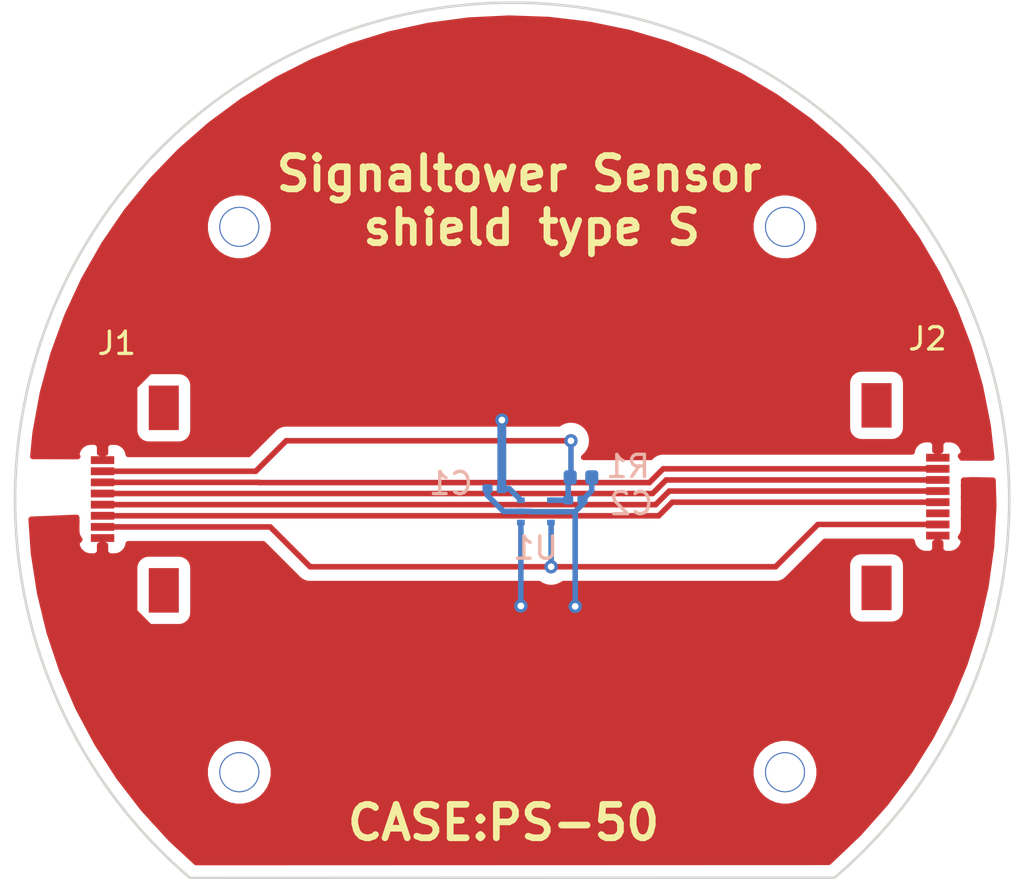
<source format=kicad_pcb>
(kicad_pcb (version 20171130) (host pcbnew "(5.1.5)-3")

  (general
    (thickness 1.6)
    (drawings 4)
    (tracks 79)
    (zones 0)
    (modules 6)
    (nets 10)
  )

  (page A4)
  (layers
    (0 F.Cu signal)
    (31 B.Cu signal)
    (32 B.Adhes user)
    (33 F.Adhes user)
    (34 B.Paste user)
    (35 F.Paste user)
    (36 B.SilkS user)
    (37 F.SilkS user)
    (38 B.Mask user)
    (39 F.Mask user)
    (40 Dwgs.User user)
    (41 Cmts.User user)
    (42 Eco1.User user)
    (43 Eco2.User user)
    (44 Edge.Cuts user)
    (45 Margin user)
    (46 B.CrtYd user)
    (47 F.CrtYd user)
    (48 B.Fab user)
    (49 F.Fab user)
  )

  (setup
    (last_trace_width 0.2)
    (user_trace_width 0.2)
    (user_trace_width 0.25)
    (user_trace_width 0.4)
    (trace_clearance 0.12)
    (zone_clearance 0.508)
    (zone_45_only no)
    (trace_min 0.2)
    (via_size 0.8)
    (via_drill 0.4)
    (via_min_size 0.4)
    (via_min_drill 0.3)
    (user_via 0.6 0.3)
    (uvia_size 0.3)
    (uvia_drill 0.1)
    (uvias_allowed no)
    (uvia_min_size 0.2)
    (uvia_min_drill 0.1)
    (edge_width 0.05)
    (segment_width 0.2)
    (pcb_text_width 0.3)
    (pcb_text_size 1.5 1.5)
    (mod_edge_width 0.12)
    (mod_text_size 1 1)
    (mod_text_width 0.15)
    (pad_size 1.524 1.524)
    (pad_drill 0.762)
    (pad_to_mask_clearance 0.051)
    (solder_mask_min_width 0.25)
    (aux_axis_origin 0 0)
    (visible_elements 7FFFFFFF)
    (pcbplotparams
      (layerselection 0x010fc_ffffffff)
      (usegerberextensions false)
      (usegerberattributes false)
      (usegerberadvancedattributes false)
      (creategerberjobfile false)
      (excludeedgelayer true)
      (linewidth 0.100000)
      (plotframeref false)
      (viasonmask false)
      (mode 1)
      (useauxorigin false)
      (hpglpennumber 1)
      (hpglpenspeed 20)
      (hpglpendiameter 15.000000)
      (psnegative false)
      (psa4output false)
      (plotreference true)
      (plotvalue true)
      (plotinvisibletext false)
      (padsonsilk false)
      (subtractmaskfromsilk false)
      (outputformat 1)
      (mirror false)
      (drillshape 0)
      (scaleselection 1)
      (outputdirectory "20191108_garber/pos/"))
  )

  (net 0 "")
  (net 1 GND)
  (net 2 +3V3)
  (net 3 /IOUT)
  (net 4 /GC2)
  (net 5 /IOUT3)
  (net 6 /IOUT1)
  (net 7 /IOUT2)
  (net 8 /IOUT4)
  (net 9 "Net-(J2-Pad6)")

  (net_class Default "これはデフォルトのネット クラスです。"
    (clearance 0.12)
    (trace_width 0.2)
    (via_dia 0.8)
    (via_drill 0.4)
    (uvia_dia 0.3)
    (uvia_drill 0.1)
    (add_net +3V3)
    (add_net /GC2)
    (add_net /IOUT)
    (add_net /IOUT1)
    (add_net /IOUT2)
    (add_net /IOUT3)
    (add_net /IOUT4)
    (add_net GND)
    (add_net "Net-(J2-Pad6)")
  )

  (net_class PWR ""
    (clearance 0.3)
    (trace_width 0.4)
    (via_dia 0.8)
    (via_drill 0.4)
    (uvia_dia 0.3)
    (uvia_drill 0.1)
  )

  (module lazurite_footprint:FFC-FPC_5051100892 (layer F.Cu) (tedit 5DC4D395) (tstamp 5DC4256F)
    (at 135.685 83 90)
    (path /5DBC0D44)
    (attr smd)
    (fp_text reference J1 (at 7 0.115 180) (layer F.SilkS)
      (effects (font (size 1 1) (thickness 0.15)))
    )
    (fp_text value 5051100892_FFC-FPC_in (at 0 5.08 90) (layer F.Fab)
      (effects (font (size 1 1) (thickness 0.15)))
    )
    (pad 1 smd rect (at -1.75 -0.525 90) (size 0.35 1.05) (layers F.Cu F.Paste F.Mask)
      (net 1 GND))
    (pad 2 smd rect (at -1.25 -0.525 90) (size 0.35 1.05) (layers F.Cu F.Paste F.Mask)
      (net 4 /GC2))
    (pad 3 smd rect (at -0.75 -0.525 90) (size 0.35 1.05) (layers F.Cu F.Paste F.Mask)
      (net 8 /IOUT4))
    (pad 4 smd rect (at -0.25 -0.525 90) (size 0.35 1.05) (layers F.Cu F.Paste F.Mask)
      (net 5 /IOUT3))
    (pad 8 smd rect (at 1.75 -0.525 90) (size 0.35 1.05) (layers F.Cu F.Paste F.Mask)
      (net 2 +3V3))
    (pad 7 smd rect (at 1.25 -0.525 90) (size 0.35 1.05) (layers F.Cu F.Paste F.Mask)
      (net 3 /IOUT))
    (pad 6 smd rect (at 0.75 -0.525 90) (size 0.35 1.05) (layers F.Cu F.Paste F.Mask)
      (net 6 /IOUT1))
    (pad 5 smd rect (at 0.25 -0.525 90) (size 0.35 1.05) (layers F.Cu F.Paste F.Mask)
      (net 7 /IOUT2))
    (pad 9 smd rect (at 4.1 2.225 90) (size 2 1.35) (layers F.Cu F.Paste F.Mask))
    (pad 9 smd rect (at -4.1 2.225 90) (size 2 1.35) (layers F.Cu F.Paste F.Mask))
  )

  (module lazurite_footprint:FFC-FPC_5051100892 (layer F.Cu) (tedit 5DC4D395) (tstamp 5DC4257D)
    (at 172.135 82.89 270)
    (path /5DBC1B8F)
    (attr smd)
    (fp_text reference J2 (at -7.09 -0.065 180) (layer F.SilkS)
      (effects (font (size 1 1) (thickness 0.15)))
    )
    (fp_text value 5051100892_FFC-FPC_out (at 0 5.08 90) (layer F.Fab)
      (effects (font (size 1 1) (thickness 0.15)))
    )
    (pad 1 smd rect (at -1.75 -0.525 270) (size 0.35 1.05) (layers F.Cu F.Paste F.Mask)
      (net 2 +3V3))
    (pad 2 smd rect (at -1.25 -0.525 270) (size 0.35 1.05) (layers F.Cu F.Paste F.Mask)
      (net 6 /IOUT1))
    (pad 3 smd rect (at -0.75 -0.525 270) (size 0.35 1.05) (layers F.Cu F.Paste F.Mask)
      (net 7 /IOUT2))
    (pad 4 smd rect (at -0.25 -0.525 270) (size 0.35 1.05) (layers F.Cu F.Paste F.Mask)
      (net 5 /IOUT3))
    (pad 8 smd rect (at 1.75 -0.525 270) (size 0.35 1.05) (layers F.Cu F.Paste F.Mask)
      (net 1 GND))
    (pad 7 smd rect (at 1.25 -0.525 270) (size 0.35 1.05) (layers F.Cu F.Paste F.Mask)
      (net 4 /GC2))
    (pad 6 smd rect (at 0.75 -0.525 270) (size 0.35 1.05) (layers F.Cu F.Paste F.Mask)
      (net 9 "Net-(J2-Pad6)"))
    (pad 5 smd rect (at 0.25 -0.525 270) (size 0.35 1.05) (layers F.Cu F.Paste F.Mask)
      (net 8 /IOUT4))
    (pad 9 smd rect (at 4.1 2.225 270) (size 2 1.35) (layers F.Cu F.Paste F.Mask))
    (pad 9 smd rect (at -4.1 2.225 270) (size 2 1.35) (layers F.Cu F.Paste F.Mask))
  )

  (module lazurite_footprint:wsof5 (layer B.Cu) (tedit 5DC4D3A2) (tstamp 5DC42814)
    (at 155.116 83.55 270)
    (path /5DBC78E3)
    (attr smd)
    (fp_text reference U1 (at 1.65 0.516 180) (layer B.SilkS)
      (effects (font (size 1 1) (thickness 0.15)) (justify mirror))
    )
    (fp_text value BH1620FVC (at -6.842 8.558) (layer B.Fab)
      (effects (font (size 1 1) (thickness 0.15)) (justify mirror))
    )
    (pad 4 smd rect (at 0.5 -0.175 270) (size 0.25 0.35) (layers B.Cu B.Paste B.Mask)
      (net 4 /GC2))
    (pad 5 smd rect (at -0.5 -0.175 270) (size 0.25 0.35) (layers B.Cu B.Paste B.Mask)
      (net 3 /IOUT))
    (pad 3 smd rect (at 0.5 1.175 270) (size 0.25 0.35) (layers B.Cu B.Paste B.Mask)
      (net 1 GND))
    (pad 2 smd rect (at 0 1.175 270) (size 0.25 0.35) (layers B.Cu B.Paste B.Mask)
      (net 1 GND))
    (pad 1 smd rect (at -0.5 1.175 270) (size 0.25 0.35) (layers B.Cu B.Paste B.Mask)
      (net 2 +3V3))
  )

  (module Resistor_SMD:R_0402_1005Metric (layer B.Cu) (tedit 5B301BBD) (tstamp 5DC42B35)
    (at 156.64 82.026)
    (descr "Resistor SMD 0402 (1005 Metric), square (rectangular) end terminal, IPC_7351 nominal, (Body size source: http://www.tortai-tech.com/upload/download/2011102023233369053.pdf), generated with kicad-footprint-generator")
    (tags resistor)
    (path /5DBD2224)
    (attr smd)
    (fp_text reference R1 (at 2.11 -0.492) (layer B.SilkS)
      (effects (font (size 1 1) (thickness 0.15)) (justify mirror))
    )
    (fp_text value 6.8k (at 1.602 -6.35) (layer B.Fab)
      (effects (font (size 1 1) (thickness 0.15)) (justify mirror))
    )
    (fp_text user %R (at -0.04 -0.026 180) (layer B.Fab)
      (effects (font (size 0.25 0.25) (thickness 0.04)) (justify mirror))
    )
    (fp_line (start 0.93 -0.47) (end -0.93 -0.47) (layer B.CrtYd) (width 0.05))
    (fp_line (start 0.93 0.47) (end 0.93 -0.47) (layer B.CrtYd) (width 0.05))
    (fp_line (start -0.93 0.47) (end 0.93 0.47) (layer B.CrtYd) (width 0.05))
    (fp_line (start -0.93 -0.47) (end -0.93 0.47) (layer B.CrtYd) (width 0.05))
    (fp_line (start 0.5 -0.25) (end -0.5 -0.25) (layer B.Fab) (width 0.1))
    (fp_line (start 0.5 0.25) (end 0.5 -0.25) (layer B.Fab) (width 0.1))
    (fp_line (start -0.5 0.25) (end 0.5 0.25) (layer B.Fab) (width 0.1))
    (fp_line (start -0.5 -0.25) (end -0.5 0.25) (layer B.Fab) (width 0.1))
    (pad 2 smd roundrect (at 0.485 0) (size 0.59 0.64) (layers B.Cu B.Paste B.Mask) (roundrect_rratio 0.25)
      (net 1 GND))
    (pad 1 smd roundrect (at -0.485 0) (size 0.59 0.64) (layers B.Cu B.Paste B.Mask) (roundrect_rratio 0.25)
      (net 3 /IOUT))
    (model ${KISYS3DMOD}/Resistor_SMD.3dshapes/R_0402_1005Metric.wrl
      (at (xyz 0 0 0))
      (scale (xyz 1 1 1))
      (rotate (xyz 0 0 0))
    )
  )

  (module Capacitor_SMD:C_0201_0603Metric (layer B.Cu) (tedit 5B301BBE) (tstamp 5DC42561)
    (at 156.386 83.042)
    (descr "Capacitor SMD 0201 (0603 Metric), square (rectangular) end terminal, IPC_7351 nominal, (Body size source: https://www.vishay.com/docs/20052/crcw0201e3.pdf), generated with kicad-footprint-generator")
    (tags capacitor)
    (path /5DBD1C35)
    (attr smd)
    (fp_text reference C2 (at 2.514 0.158) (layer B.SilkS)
      (effects (font (size 1 1) (thickness 0.15)) (justify mirror))
    )
    (fp_text value 1uF/10V (at 1.856 -5.826) (layer B.Fab)
      (effects (font (size 1 1) (thickness 0.15)) (justify mirror))
    )
    (fp_text user %R (at 0 0.68) (layer B.Fab)
      (effects (font (size 0.25 0.25) (thickness 0.04)) (justify mirror))
    )
    (fp_line (start 0.7 -0.35) (end -0.7 -0.35) (layer B.CrtYd) (width 0.05))
    (fp_line (start 0.7 0.35) (end 0.7 -0.35) (layer B.CrtYd) (width 0.05))
    (fp_line (start -0.7 0.35) (end 0.7 0.35) (layer B.CrtYd) (width 0.05))
    (fp_line (start -0.7 -0.35) (end -0.7 0.35) (layer B.CrtYd) (width 0.05))
    (fp_line (start 0.3 -0.15) (end -0.3 -0.15) (layer B.Fab) (width 0.1))
    (fp_line (start 0.3 0.15) (end 0.3 -0.15) (layer B.Fab) (width 0.1))
    (fp_line (start -0.3 0.15) (end 0.3 0.15) (layer B.Fab) (width 0.1))
    (fp_line (start -0.3 -0.15) (end -0.3 0.15) (layer B.Fab) (width 0.1))
    (pad 2 smd roundrect (at 0.32 0) (size 0.46 0.4) (layers B.Cu B.Mask) (roundrect_rratio 0.25)
      (net 1 GND))
    (pad 1 smd roundrect (at -0.32 0) (size 0.46 0.4) (layers B.Cu B.Mask) (roundrect_rratio 0.25)
      (net 3 /IOUT))
    (pad "" smd roundrect (at 0.345 0) (size 0.318 0.36) (layers B.Paste) (roundrect_rratio 0.25))
    (pad "" smd roundrect (at -0.345 0) (size 0.318 0.36) (layers B.Paste) (roundrect_rratio 0.25))
    (model ${KISYS3DMOD}/Capacitor_SMD.3dshapes/C_0201_0603Metric.wrl
      (at (xyz 0 0 0))
      (scale (xyz 1 1 1))
      (rotate (xyz 0 0 0))
    )
  )

  (module Capacitor_SMD:C_0201_0603Metric (layer B.Cu) (tedit 5B301BBE) (tstamp 5DC42550)
    (at 152.764 82.534 180)
    (descr "Capacitor SMD 0201 (0603 Metric), square (rectangular) end terminal, IPC_7351 nominal, (Body size source: https://www.vishay.com/docs/20052/crcw0201e3.pdf), generated with kicad-footprint-generator")
    (tags capacitor)
    (path /5DBCB9D1)
    (attr smd)
    (fp_text reference C1 (at 1.966 0.238) (layer B.SilkS)
      (effects (font (size 1 1) (thickness 0.15)) (justify mirror))
    )
    (fp_text value 0.1uF/10V (at -0.652 -6.366) (layer B.Fab)
      (effects (font (size 1 1) (thickness 0.15)) (justify mirror))
    )
    (fp_text user %R (at 3.744 -6.858) (layer B.Fab)
      (effects (font (size 0.25 0.25) (thickness 0.04)) (justify mirror))
    )
    (fp_line (start 0.7 -0.35) (end -0.7 -0.35) (layer B.CrtYd) (width 0.05))
    (fp_line (start 0.7 0.35) (end 0.7 -0.35) (layer B.CrtYd) (width 0.05))
    (fp_line (start -0.7 0.35) (end 0.7 0.35) (layer B.CrtYd) (width 0.05))
    (fp_line (start -0.7 -0.35) (end -0.7 0.35) (layer B.CrtYd) (width 0.05))
    (fp_line (start 0.3 -0.15) (end -0.3 -0.15) (layer B.Fab) (width 0.1))
    (fp_line (start 0.3 0.15) (end 0.3 -0.15) (layer B.Fab) (width 0.1))
    (fp_line (start -0.3 0.15) (end 0.3 0.15) (layer B.Fab) (width 0.1))
    (fp_line (start -0.3 -0.15) (end -0.3 0.15) (layer B.Fab) (width 0.1))
    (pad 2 smd roundrect (at 0.32 0 180) (size 0.46 0.4) (layers B.Cu B.Mask) (roundrect_rratio 0.25)
      (net 1 GND))
    (pad 1 smd roundrect (at -0.32 0 180) (size 0.46 0.4) (layers B.Cu B.Mask) (roundrect_rratio 0.25)
      (net 2 +3V3))
    (pad "" smd roundrect (at 0.345 0 180) (size 0.318 0.36) (layers B.Paste) (roundrect_rratio 0.25))
    (pad "" smd roundrect (at -0.345 0 180) (size 0.318 0.36) (layers B.Paste) (roundrect_rratio 0.25))
    (model ${KISYS3DMOD}/Capacitor_SMD.3dshapes/C_0201_0603Metric.wrl
      (at (xyz 0 0 0))
      (scale (xyz 1 1 1))
      (rotate (xyz 0 0 0))
    )
  )

  (gr_text CASE:PS-50 (at 153.162 97.536) (layer F.SilkS)
    (effects (font (size 1.5 1.5) (thickness 0.3)))
  )
  (gr_text "Signaltower Sensor \nshield type S" (at 154.432 69.596) (layer F.SilkS)
    (effects (font (size 1.5 1.5) (thickness 0.3)))
  )
  (gr_line (start 168.020735 100.010863) (end 139.09 100.02) (layer Edge.Cuts) (width 0.12))
  (gr_arc (start 153.55 83.02) (end 139.09 100.02) (angle 279.2) (layer Edge.Cuts) (width 0.12))

  (via (at 141.3 70.77) (size 1.8) (drill 1.7) (layers F.Cu B.Cu) (net 0))
  (via (at 165.8 70.77) (size 1.8) (drill 1.7) (layers F.Cu B.Cu) (net 0) (tstamp 5DC4032E))
  (via (at 141.3 95.27) (size 1.8) (drill 1.7) (layers F.Cu B.Cu) (net 0) (tstamp 5DC40330))
  (via (at 165.8 95.27) (size 1.8) (drill 1.7) (layers F.Cu B.Cu) (net 0) (tstamp 5DC40332))
  (segment (start 153.516 83.55) (end 153.941 83.55) (width 0.25) (layer B.Cu) (net 1))
  (segment (start 153.16 83.55) (end 153.516 83.55) (width 0.25) (layer B.Cu) (net 1))
  (segment (start 152.444 82.834) (end 153.16 83.55) (width 0.25) (layer B.Cu) (net 1))
  (segment (start 152.444 82.534) (end 152.444 82.834) (width 0.25) (layer B.Cu) (net 1))
  (segment (start 157.125 82.623) (end 156.706 83.042) (width 0.25) (layer B.Cu) (net 1))
  (segment (start 157.125 82.026) (end 157.125 82.623) (width 0.25) (layer B.Cu) (net 1))
  (segment (start 156.706 83.233058) (end 156.372048 83.56701) (width 0.25) (layer B.Cu) (net 1))
  (segment (start 156.706 83.042) (end 156.706 83.233058) (width 0.25) (layer B.Cu) (net 1))
  (segment (start 154.366 83.55) (end 153.941 83.55) (width 0.25) (layer B.Cu) (net 1))
  (segment (start 154.38301 83.56701) (end 154.366 83.55) (width 0.25) (layer B.Cu) (net 1))
  (segment (start 156.372048 83.56701) (end 154.38301 83.56701) (width 0.25) (layer B.Cu) (net 1))
  (via (at 156.38 87.82) (size 0.6) (drill 0.3) (layers F.Cu B.Cu) (net 1))
  (segment (start 156.38 83.574962) (end 156.372048 83.56701) (width 0.25) (layer B.Cu) (net 1))
  (segment (start 156.38 87.82) (end 156.38 83.574962) (width 0.25) (layer B.Cu) (net 1))
  (segment (start 172.66 84.64) (end 172.66 89.468) (width 0.25) (layer F.Cu) (net 1))
  (segment (start 149.184043 89.468) (end 149.124043 89.408) (width 0.25) (layer F.Cu) (net 1))
  (segment (start 172.66 89.468) (end 149.184043 89.468) (width 0.25) (layer F.Cu) (net 1))
  (segment (start 135.16 85.175) (end 135.16 84.75) (width 0.25) (layer F.Cu) (net 1))
  (segment (start 135.16 86.610002) (end 135.16 85.175) (width 0.25) (layer F.Cu) (net 1))
  (segment (start 137.957998 89.408) (end 135.16 86.610002) (width 0.25) (layer F.Cu) (net 1))
  (segment (start 149.124043 89.408) (end 137.957998 89.408) (width 0.25) (layer F.Cu) (net 1))
  (segment (start 153.93 84.061) (end 153.941 84.05) (width 0.25) (layer B.Cu) (net 1))
  (segment (start 153.941 84.05) (end 153.941 87.659) (width 0.25) (layer B.Cu) (net 1))
  (segment (start 153.941 87.659) (end 153.941 87.659) (width 0.25) (layer B.Cu) (net 1) (tstamp 5E214AC9))
  (via (at 153.941 87.8) (size 0.6) (drill 0.3) (layers F.Cu B.Cu) (net 1) (tstamp 5E214AD2))
  (segment (start 153.425 82.534) (end 153.941 83.05) (width 0.25) (layer B.Cu) (net 2))
  (segment (start 153.084 82.534) (end 153.425 82.534) (width 0.25) (layer B.Cu) (net 2))
  (via (at 153.09 79.45) (size 0.6) (drill 0.3) (layers F.Cu B.Cu) (net 2))
  (segment (start 153.084 79.456) (end 153.09 79.45) (width 0.25) (layer B.Cu) (net 2))
  (segment (start 153.084 82.534) (end 153.084 79.456) (width 0.4) (layer B.Cu) (net 2))
  (segment (start 172.66 81.14) (end 172.66 76.26) (width 0.25) (layer F.Cu) (net 2))
  (segment (start 172.66 76.26) (end 172.6 76.2) (width 0.25) (layer F.Cu) (net 2))
  (segment (start 135.16 80.825) (end 135.16 81.25) (width 0.25) (layer F.Cu) (net 2))
  (segment (start 135.16 79.389998) (end 135.16 80.825) (width 0.25) (layer F.Cu) (net 2))
  (segment (start 138.349998 76.2) (end 135.16 79.389998) (width 0.25) (layer F.Cu) (net 2))
  (segment (start 172.6 76.2) (end 138.349998 76.2) (width 0.25) (layer F.Cu) (net 2))
  (segment (start 156.058 83.05) (end 156.066 83.042) (width 0.25) (layer B.Cu) (net 3))
  (segment (start 155.291 83.05) (end 156.058 83.05) (width 0.25) (layer B.Cu) (net 3))
  (segment (start 156.066 82.115) (end 156.066 83.042) (width 0.25) (layer B.Cu) (net 3))
  (segment (start 156.155 82.026) (end 156.066 82.115) (width 0.25) (layer B.Cu) (net 3))
  (segment (start 142.03641 81.75) (end 142.076401 81.710009) (width 0.25) (layer F.Cu) (net 3))
  (segment (start 135.16 81.75) (end 142.03641 81.75) (width 0.25) (layer F.Cu) (net 3))
  (segment (start 142.076401 81.710009) (end 143.283205 80.503205) (width 0.25) (layer F.Cu) (net 3))
  (via (at 156.19 80.38) (size 0.6) (drill 0.3) (layers F.Cu B.Cu) (net 3))
  (segment (start 143.283205 80.503205) (end 143.40641 80.38) (width 0.25) (layer F.Cu) (net 3))
  (segment (start 143.40641 80.38) (end 156.19 80.38) (width 0.25) (layer F.Cu) (net 3))
  (segment (start 156.19 81.991) (end 156.155 82.026) (width 0.25) (layer B.Cu) (net 3))
  (segment (start 156.19 80.38) (end 156.19 81.991) (width 0.25) (layer B.Cu) (net 3))
  (via (at 155.3 86.04) (size 0.6) (drill 0.3) (layers F.Cu B.Cu) (net 4))
  (segment (start 165.37641 86.04) (end 155.3 86.04) (width 0.25) (layer F.Cu) (net 4))
  (segment (start 172.66 84.14) (end 167.27641 84.14) (width 0.25) (layer F.Cu) (net 4))
  (segment (start 167.27641 84.14) (end 165.37641 86.04) (width 0.25) (layer F.Cu) (net 4))
  (segment (start 155.3 84.059) (end 155.291 84.05) (width 0.25) (layer B.Cu) (net 4))
  (segment (start 155.3 86.04) (end 155.3 84.059) (width 0.25) (layer B.Cu) (net 4))
  (segment (start 135.935 84.25) (end 135.16 84.25) (width 0.25) (layer F.Cu) (net 4))
  (segment (start 142.69 84.25) (end 135.935 84.25) (width 0.25) (layer F.Cu) (net 4))
  (segment (start 155.3 86.04) (end 144.48 86.04) (width 0.25) (layer F.Cu) (net 4))
  (segment (start 144.48 86.04) (end 142.69 84.25) (width 0.25) (layer F.Cu) (net 4))
  (segment (start 135.935 83.25) (end 135.16 83.25) (width 0.25) (layer F.Cu) (net 5))
  (segment (start 159.99282 83.25) (end 135.935 83.25) (width 0.25) (layer F.Cu) (net 5))
  (segment (start 160.60282 82.64) (end 159.99282 83.25) (width 0.25) (layer F.Cu) (net 5))
  (segment (start 172.66 82.64) (end 160.60282 82.64) (width 0.25) (layer F.Cu) (net 5))
  (segment (start 160.33 81.64) (end 172.66 81.64) (width 0.25) (layer F.Cu) (net 6))
  (segment (start 159.71 82.26) (end 160.33 81.64) (width 0.25) (layer F.Cu) (net 6))
  (segment (start 142.18282 82.26) (end 159.71 82.26) (width 0.25) (layer F.Cu) (net 6))
  (segment (start 135.16 82.25) (end 142.17282 82.25) (width 0.25) (layer F.Cu) (net 6))
  (segment (start 142.17282 82.25) (end 142.18282 82.26) (width 0.25) (layer F.Cu) (net 6))
  (segment (start 135.935 82.75) (end 135.16 82.75) (width 0.25) (layer F.Cu) (net 7))
  (segment (start 159.85641 82.75) (end 135.935 82.75) (width 0.25) (layer F.Cu) (net 7))
  (segment (start 160.46641 82.14) (end 159.85641 82.75) (width 0.25) (layer F.Cu) (net 7))
  (segment (start 172.66 82.14) (end 160.46641 82.14) (width 0.25) (layer F.Cu) (net 7))
  (segment (start 172.635001 83.115001) (end 172.66 83.14) (width 0.2) (layer F.Cu) (net 8))
  (segment (start 160.739625 83.14) (end 172.66 83.14) (width 0.25) (layer F.Cu) (net 8))
  (segment (start 135.01 83.75) (end 160.129625 83.75) (width 0.25) (layer F.Cu) (net 8))
  (segment (start 160.129625 83.75) (end 160.739625 83.14) (width 0.25) (layer F.Cu) (net 8))

  (zone (net 2) (net_name +3V3) (layer F.Cu) (tstamp 5E217BDC) (hatch edge 0.508)
    (connect_pads (clearance 0.508))
    (min_thickness 0.254)
    (fill yes (arc_segments 32) (thermal_gap 0.508) (thermal_bridge_width 0.508))
    (polygon
      (pts
        (xy 176.53 81.28) (xy 131.25 81.21) (xy 131.63 78.78) (xy 132.08 76.84) (xy 133.12 73.93)
        (xy 134.22 71.76) (xy 136.42 68.66) (xy 139.21 65.84) (xy 142.07 63.8) (xy 145.17 62.31)
        (xy 149.21 61.07) (xy 153.22 60.58) (xy 157.74 61.04) (xy 161.78 62.3) (xy 164.6 63.51)
        (xy 167.34 65.35) (xy 169.96 67.77) (xy 172.65 71.32) (xy 174.23 74.6) (xy 175.768 77.73)
        (xy 176.022 80.01)
      )
    )
    (filled_polygon
      (pts
        (xy 155.202856 61.46091) (xy 157.001082 61.67483) (xy 158.7751 62.03847) (xy 160.512456 62.549278) (xy 162.200997 63.203681)
        (xy 163.828839 63.997074) (xy 165.384586 64.9239) (xy 166.857325 65.97766) (xy 168.23671 67.150949) (xy 169.513095 68.435561)
        (xy 170.677503 69.822467) (xy 171.721782 71.301954) (xy 172.638589 72.863622) (xy 173.421507 74.496534) (xy 174.065037 76.189222)
        (xy 174.564676 77.929847) (xy 174.916907 79.706154) (xy 175.07935 81.150758) (xy 173.735942 81.148681) (xy 173.715537 81.110506)
        (xy 173.682725 81.070525) (xy 173.82 80.93325) (xy 173.808355 80.828751) (xy 173.769797 80.709758) (xy 173.708765 80.600574)
        (xy 173.627605 80.505395) (xy 173.529436 80.427878) (xy 173.41803 80.371003) (xy 173.29767 80.336954) (xy 173.172979 80.327041)
        (xy 172.94575 80.33) (xy 172.787 80.48875) (xy 172.787 80.826928) (xy 172.533 80.826928) (xy 172.533 80.48875)
        (xy 172.37425 80.33) (xy 172.147021 80.327041) (xy 172.02233 80.336954) (xy 171.90197 80.371003) (xy 171.790564 80.427878)
        (xy 171.692395 80.505395) (xy 171.611235 80.600574) (xy 171.550203 80.709758) (xy 171.511645 80.828751) (xy 171.505934 80.88)
        (xy 160.367322 80.88) (xy 160.329999 80.876324) (xy 160.292676 80.88) (xy 160.292667 80.88) (xy 160.181014 80.890997)
        (xy 160.037753 80.934454) (xy 159.905724 81.005026) (xy 159.905722 81.005027) (xy 159.905723 81.005027) (xy 159.818996 81.076201)
        (xy 159.818992 81.076205) (xy 159.789999 81.099999) (xy 159.767769 81.127087) (xy 156.761816 81.12244) (xy 156.786028 81.106262)
        (xy 156.916262 80.976028) (xy 157.018586 80.822889) (xy 157.089068 80.652729) (xy 157.125 80.472089) (xy 157.125 80.287911)
        (xy 157.089068 80.107271) (xy 157.018586 79.937111) (xy 156.916262 79.783972) (xy 156.786028 79.653738) (xy 156.632889 79.551414)
        (xy 156.462729 79.480932) (xy 156.282089 79.445) (xy 156.097911 79.445) (xy 155.917271 79.480932) (xy 155.747111 79.551414)
        (xy 155.644465 79.62) (xy 143.443732 79.62) (xy 143.406409 79.616324) (xy 143.369087 79.62) (xy 143.369077 79.62)
        (xy 143.257424 79.630997) (xy 143.114163 79.674454) (xy 142.982134 79.745026) (xy 142.866409 79.839999) (xy 142.842606 79.869003)
        (xy 142.772208 79.939401) (xy 142.772202 79.939406) (xy 141.721609 80.99) (xy 136.314066 80.99) (xy 136.308355 80.938751)
        (xy 136.269797 80.819758) (xy 136.208765 80.710574) (xy 136.127605 80.615395) (xy 136.029436 80.537878) (xy 135.91803 80.481003)
        (xy 135.79767 80.446954) (xy 135.672979 80.437041) (xy 135.44575 80.44) (xy 135.287 80.59875) (xy 135.287 80.936928)
        (xy 135.033 80.936928) (xy 135.033 80.59875) (xy 134.87425 80.44) (xy 134.647021 80.437041) (xy 134.52233 80.446954)
        (xy 134.40197 80.481003) (xy 134.290564 80.537878) (xy 134.192395 80.615395) (xy 134.111235 80.710574) (xy 134.050203 80.819758)
        (xy 134.011645 80.938751) (xy 134 81.04325) (xy 134.044069 81.087319) (xy 132.032865 81.08421) (xy 132.137238 80.01669)
        (xy 132.463645 78.235451) (xy 132.554685 77.9) (xy 136.596928 77.9) (xy 136.596928 79.9) (xy 136.609188 80.024482)
        (xy 136.645498 80.14418) (xy 136.704463 80.254494) (xy 136.783815 80.351185) (xy 136.880506 80.430537) (xy 136.99082 80.489502)
        (xy 137.110518 80.525812) (xy 137.235 80.538072) (xy 138.585 80.538072) (xy 138.709482 80.525812) (xy 138.82918 80.489502)
        (xy 138.939494 80.430537) (xy 139.036185 80.351185) (xy 139.115537 80.254494) (xy 139.174502 80.14418) (xy 139.210812 80.024482)
        (xy 139.223072 79.9) (xy 139.223072 77.9) (xy 139.212239 77.79) (xy 168.596928 77.79) (xy 168.596928 79.79)
        (xy 168.609188 79.914482) (xy 168.645498 80.03418) (xy 168.704463 80.144494) (xy 168.783815 80.241185) (xy 168.880506 80.320537)
        (xy 168.99082 80.379502) (xy 169.110518 80.415812) (xy 169.235 80.428072) (xy 170.585 80.428072) (xy 170.709482 80.415812)
        (xy 170.82918 80.379502) (xy 170.939494 80.320537) (xy 171.036185 80.241185) (xy 171.115537 80.144494) (xy 171.174502 80.03418)
        (xy 171.210812 79.914482) (xy 171.223072 79.79) (xy 171.223072 77.79) (xy 171.210812 77.665518) (xy 171.174502 77.54582)
        (xy 171.115537 77.435506) (xy 171.036185 77.338815) (xy 170.939494 77.259463) (xy 170.82918 77.200498) (xy 170.709482 77.164188)
        (xy 170.585 77.151928) (xy 169.235 77.151928) (xy 169.110518 77.164188) (xy 168.99082 77.200498) (xy 168.880506 77.259463)
        (xy 168.783815 77.338815) (xy 168.704463 77.435506) (xy 168.645498 77.54582) (xy 168.609188 77.665518) (xy 168.596928 77.79)
        (xy 139.212239 77.79) (xy 139.210812 77.775518) (xy 139.174502 77.65582) (xy 139.115537 77.545506) (xy 139.036185 77.448815)
        (xy 138.939494 77.369463) (xy 138.82918 77.310498) (xy 138.709482 77.274188) (xy 138.585 77.261928) (xy 137.235 77.261928)
        (xy 137.110518 77.274188) (xy 136.99082 77.310498) (xy 136.880506 77.369463) (xy 136.783815 77.448815) (xy 136.704463 77.545506)
        (xy 136.645498 77.65582) (xy 136.609188 77.775518) (xy 136.596928 77.9) (xy 132.554685 77.9) (xy 132.937959 76.48777)
        (xy 133.556853 74.785903) (xy 134.315979 73.141805) (xy 135.210021 71.566991) (xy 135.858863 70.618816) (xy 139.765 70.618816)
        (xy 139.765 70.921184) (xy 139.823989 71.217743) (xy 139.939701 71.497095) (xy 140.107688 71.748505) (xy 140.321495 71.962312)
        (xy 140.572905 72.130299) (xy 140.852257 72.246011) (xy 141.148816 72.305) (xy 141.451184 72.305) (xy 141.747743 72.246011)
        (xy 142.027095 72.130299) (xy 142.278505 71.962312) (xy 142.492312 71.748505) (xy 142.660299 71.497095) (xy 142.776011 71.217743)
        (xy 142.835 70.921184) (xy 142.835 70.618816) (xy 164.265 70.618816) (xy 164.265 70.921184) (xy 164.323989 71.217743)
        (xy 164.439701 71.497095) (xy 164.607688 71.748505) (xy 164.821495 71.962312) (xy 165.072905 72.130299) (xy 165.352257 72.246011)
        (xy 165.648816 72.305) (xy 165.951184 72.305) (xy 166.247743 72.246011) (xy 166.527095 72.130299) (xy 166.778505 71.962312)
        (xy 166.992312 71.748505) (xy 167.160299 71.497095) (xy 167.276011 71.217743) (xy 167.335 70.921184) (xy 167.335 70.618816)
        (xy 167.276011 70.322257) (xy 167.160299 70.042905) (xy 166.992312 69.791495) (xy 166.778505 69.577688) (xy 166.527095 69.409701)
        (xy 166.247743 69.293989) (xy 165.951184 69.235) (xy 165.648816 69.235) (xy 165.352257 69.293989) (xy 165.072905 69.409701)
        (xy 164.821495 69.577688) (xy 164.607688 69.791495) (xy 164.439701 70.042905) (xy 164.323989 70.322257) (xy 164.265 70.618816)
        (xy 142.835 70.618816) (xy 142.776011 70.322257) (xy 142.660299 70.042905) (xy 142.492312 69.791495) (xy 142.278505 69.577688)
        (xy 142.027095 69.409701) (xy 141.747743 69.293989) (xy 141.451184 69.235) (xy 141.148816 69.235) (xy 140.852257 69.293989)
        (xy 140.572905 69.409701) (xy 140.321495 69.577688) (xy 140.107688 69.791495) (xy 139.939701 70.042905) (xy 139.823989 70.322257)
        (xy 139.765 70.618816) (xy 135.858863 70.618816) (xy 136.23271 70.072501) (xy 137.376865 68.668835) (xy 138.634459 67.365834)
        (xy 139.996664 66.172646) (xy 141.453959 65.09761) (xy 142.996084 64.148298) (xy 144.612249 63.331351) (xy 146.291102 62.65251)
        (xy 148.020852 62.116536) (xy 149.789414 61.727179) (xy 151.584328 61.487178) (xy 153.393053 61.398214)
      )
    )
  )
  (zone (net 1) (net_name GND) (layer F.Cu) (tstamp 5E217BD9) (hatch edge 0.508)
    (connect_pads (clearance 0.508))
    (min_thickness 0.254)
    (fill yes (arc_segments 32) (thermal_gap 0.508) (thermal_bridge_width 0.508))
    (polygon
      (pts
        (xy 131.064 83.82) (xy 174.2 82.01) (xy 175.86 82.042) (xy 175.79 84.91) (xy 175.46 87.09)
        (xy 175.17 88.71) (xy 173.96 92.14) (xy 172.97 94.04) (xy 171.55 96.25) (xy 169.93 98.2)
        (xy 168.05 100.02) (xy 139.05 100.04) (xy 137.81 98.9) (xy 136.04 96.9) (xy 133.87 93.64)
        (xy 132.842 92.71) (xy 131.826 91.694) (xy 131.318 89.154) (xy 130.81 87.122) (xy 130.556 84.836)
      )
    )
    (filled_polygon
      (pts
        (xy 175.137584 82.155097) (xy 175.170331 83.3159) (xy 175.069746 85.124) (xy 174.818214 86.91735) (xy 174.417504 88.683349)
        (xy 173.87042 90.409641) (xy 173.180804 92.084094) (xy 172.353489 93.694973) (xy 171.394287 95.230965) (xy 170.309915 96.681315)
        (xy 169.107986 98.035835) (xy 167.788147 99.293401) (xy 167.762043 99.315945) (xy 139.362163 99.324914) (xy 138.211641 98.260112)
        (xy 136.990177 96.923184) (xy 135.884861 95.488727) (xy 135.646325 95.118816) (xy 139.765 95.118816) (xy 139.765 95.421184)
        (xy 139.823989 95.717743) (xy 139.939701 95.997095) (xy 140.107688 96.248505) (xy 140.321495 96.462312) (xy 140.572905 96.630299)
        (xy 140.852257 96.746011) (xy 141.148816 96.805) (xy 141.451184 96.805) (xy 141.747743 96.746011) (xy 142.027095 96.630299)
        (xy 142.278505 96.462312) (xy 142.492312 96.248505) (xy 142.660299 95.997095) (xy 142.776011 95.717743) (xy 142.835 95.421184)
        (xy 142.835 95.118816) (xy 164.265 95.118816) (xy 164.265 95.421184) (xy 164.323989 95.717743) (xy 164.439701 95.997095)
        (xy 164.607688 96.248505) (xy 164.821495 96.462312) (xy 165.072905 96.630299) (xy 165.352257 96.746011) (xy 165.648816 96.805)
        (xy 165.951184 96.805) (xy 166.247743 96.746011) (xy 166.527095 96.630299) (xy 166.778505 96.462312) (xy 166.992312 96.248505)
        (xy 167.160299 95.997095) (xy 167.276011 95.717743) (xy 167.335 95.421184) (xy 167.335 95.118816) (xy 167.276011 94.822257)
        (xy 167.160299 94.542905) (xy 166.992312 94.291495) (xy 166.778505 94.077688) (xy 166.527095 93.909701) (xy 166.247743 93.793989)
        (xy 165.951184 93.735) (xy 165.648816 93.735) (xy 165.352257 93.793989) (xy 165.072905 93.909701) (xy 164.821495 94.077688)
        (xy 164.607688 94.291495) (xy 164.439701 94.542905) (xy 164.323989 94.822257) (xy 164.265 95.118816) (xy 142.835 95.118816)
        (xy 142.776011 94.822257) (xy 142.660299 94.542905) (xy 142.492312 94.291495) (xy 142.278505 94.077688) (xy 142.027095 93.909701)
        (xy 141.747743 93.793989) (xy 141.451184 93.735) (xy 141.148816 93.735) (xy 140.852257 93.793989) (xy 140.572905 93.909701)
        (xy 140.321495 94.077688) (xy 140.107688 94.291495) (xy 139.939701 94.542905) (xy 139.823989 94.822257) (xy 139.765 95.118816)
        (xy 135.646325 95.118816) (xy 134.903463 93.966823) (xy 134.05285 92.368124) (xy 133.338999 90.703859) (xy 132.766915 88.985701)
        (xy 132.340605 87.225693) (xy 132.166019 86.1) (xy 136.596928 86.1) (xy 136.596928 88.1) (xy 136.609188 88.224482)
        (xy 136.645498 88.34418) (xy 136.704463 88.454494) (xy 136.783815 88.551185) (xy 136.880506 88.630537) (xy 136.99082 88.689502)
        (xy 137.110518 88.725812) (xy 137.235 88.738072) (xy 138.585 88.738072) (xy 138.709482 88.725812) (xy 138.82918 88.689502)
        (xy 138.939494 88.630537) (xy 139.036185 88.551185) (xy 139.115537 88.454494) (xy 139.174502 88.34418) (xy 139.210812 88.224482)
        (xy 139.223072 88.1) (xy 139.223072 86.1) (xy 139.210812 85.975518) (xy 139.174502 85.85582) (xy 139.115537 85.745506)
        (xy 139.036185 85.648815) (xy 138.939494 85.569463) (xy 138.82918 85.510498) (xy 138.709482 85.474188) (xy 138.585 85.461928)
        (xy 137.235 85.461928) (xy 137.110518 85.474188) (xy 136.99082 85.510498) (xy 136.880506 85.569463) (xy 136.783815 85.648815)
        (xy 136.704463 85.745506) (xy 136.645498 85.85582) (xy 136.609188 85.975518) (xy 136.596928 86.1) (xy 132.166019 86.1)
        (xy 132.063066 85.436182) (xy 131.955898 83.909687) (xy 133.996928 83.824045) (xy 133.996928 83.925) (xy 134.004315 84)
        (xy 133.996928 84.075) (xy 133.996928 84.425) (xy 134.004552 84.502406) (xy 134 84.54325) (xy 134.010475 84.553725)
        (xy 134.045498 84.66918) (xy 134.104463 84.779494) (xy 134.137275 84.819475) (xy 134 84.95675) (xy 134.011645 85.061249)
        (xy 134.050203 85.180242) (xy 134.111235 85.289426) (xy 134.192395 85.384605) (xy 134.290564 85.462122) (xy 134.40197 85.518997)
        (xy 134.52233 85.553046) (xy 134.647021 85.562959) (xy 134.87425 85.56) (xy 135.033 85.40125) (xy 135.033 85.063072)
        (xy 135.287 85.063072) (xy 135.287 85.40125) (xy 135.44575 85.56) (xy 135.672979 85.562959) (xy 135.79767 85.553046)
        (xy 135.91803 85.518997) (xy 136.029436 85.462122) (xy 136.127605 85.384605) (xy 136.208765 85.289426) (xy 136.269797 85.180242)
        (xy 136.308355 85.061249) (xy 136.314066 85.01) (xy 142.375199 85.01) (xy 143.916201 86.551003) (xy 143.939999 86.580001)
        (xy 144.055724 86.674974) (xy 144.187753 86.745546) (xy 144.331014 86.789003) (xy 144.442667 86.8) (xy 144.442676 86.8)
        (xy 144.479999 86.803676) (xy 144.517322 86.8) (xy 154.754465 86.8) (xy 154.857111 86.868586) (xy 155.027271 86.939068)
        (xy 155.207911 86.975) (xy 155.392089 86.975) (xy 155.572729 86.939068) (xy 155.742889 86.868586) (xy 155.845535 86.8)
        (xy 165.339088 86.8) (xy 165.37641 86.803676) (xy 165.413732 86.8) (xy 165.413743 86.8) (xy 165.525396 86.789003)
        (xy 165.668657 86.745546) (xy 165.800686 86.674974) (xy 165.916411 86.580001) (xy 165.940214 86.550997) (xy 166.501211 85.99)
        (xy 168.596928 85.99) (xy 168.596928 87.99) (xy 168.609188 88.114482) (xy 168.645498 88.23418) (xy 168.704463 88.344494)
        (xy 168.783815 88.441185) (xy 168.880506 88.520537) (xy 168.99082 88.579502) (xy 169.110518 88.615812) (xy 169.235 88.628072)
        (xy 170.585 88.628072) (xy 170.709482 88.615812) (xy 170.82918 88.579502) (xy 170.939494 88.520537) (xy 171.036185 88.441185)
        (xy 171.115537 88.344494) (xy 171.174502 88.23418) (xy 171.210812 88.114482) (xy 171.223072 87.99) (xy 171.223072 85.99)
        (xy 171.210812 85.865518) (xy 171.174502 85.74582) (xy 171.115537 85.635506) (xy 171.036185 85.538815) (xy 170.939494 85.459463)
        (xy 170.82918 85.400498) (xy 170.709482 85.364188) (xy 170.585 85.351928) (xy 169.235 85.351928) (xy 169.110518 85.364188)
        (xy 168.99082 85.400498) (xy 168.880506 85.459463) (xy 168.783815 85.538815) (xy 168.704463 85.635506) (xy 168.645498 85.74582)
        (xy 168.609188 85.865518) (xy 168.596928 85.99) (xy 166.501211 85.99) (xy 167.591212 84.9) (xy 171.505934 84.9)
        (xy 171.511645 84.951249) (xy 171.550203 85.070242) (xy 171.611235 85.179426) (xy 171.692395 85.274605) (xy 171.790564 85.352122)
        (xy 171.90197 85.408997) (xy 172.02233 85.443046) (xy 172.147021 85.452959) (xy 172.37425 85.45) (xy 172.533 85.29125)
        (xy 172.533 84.953072) (xy 172.787 84.953072) (xy 172.787 85.29125) (xy 172.94575 85.45) (xy 173.172979 85.452959)
        (xy 173.29767 85.443046) (xy 173.41803 85.408997) (xy 173.529436 85.352122) (xy 173.627605 85.274605) (xy 173.708765 85.179426)
        (xy 173.769797 85.070242) (xy 173.808355 84.951249) (xy 173.82 84.84675) (xy 173.682725 84.709475) (xy 173.715537 84.669494)
        (xy 173.774502 84.55918) (xy 173.809525 84.443725) (xy 173.82 84.43325) (xy 173.815448 84.392406) (xy 173.823072 84.315)
        (xy 173.823072 83.965) (xy 173.815685 83.89) (xy 173.823072 83.815) (xy 173.823072 83.465) (xy 173.815685 83.39)
        (xy 173.823072 83.315) (xy 173.823072 82.965) (xy 173.815685 82.89) (xy 173.823072 82.815) (xy 173.823072 82.465)
        (xy 173.815685 82.39) (xy 173.823072 82.315) (xy 173.823072 82.152927) (xy 174.20144 82.137051)
      )
    )
  )
)

</source>
